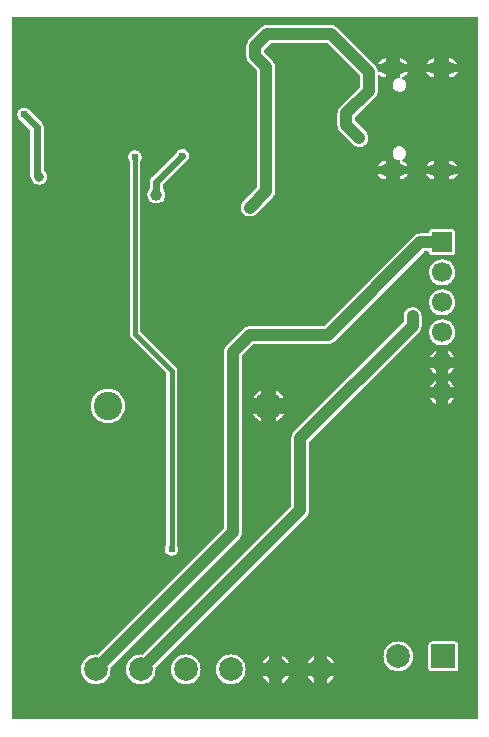
<source format=gbl>
G04 Layer: BottomLayer*
G04 EasyEDA v6.5.50, 2025-07-26 23:48:56*
G04 e0526752ecbe4abb82186a7948a353df,5db155e37078497989a25cdeaf243bf5,10*
G04 Gerber Generator version 0.2*
G04 Scale: 100 percent, Rotated: No, Reflected: No *
G04 Dimensions in millimeters *
G04 leading zeros omitted , absolute positions ,4 integer and 5 decimal *
%FSLAX45Y45*%
%MOMM*%

%ADD10C,1.0000*%
%ADD11C,0.4000*%
%ADD12C,0.6200*%
%ADD13C,0.6000*%
%ADD14R,1.7000X1.7000*%
%ADD15C,1.7000*%
%ADD16O,2.1999956000000003X1.0999978000000001*%
%ADD17O,2.2999954X1.0999978000000001*%
%ADD18C,2.4000*%
%ADD19C,2.0000*%
%ADD20R,2.0000X2.0000*%
%ADD21C,0.6200*%
%ADD22C,0.8000*%
%ADD23C,0.0149*%

%LPD*%
G36*
X36068Y25908D02*
G01*
X32156Y26670D01*
X28905Y28905D01*
X26670Y32156D01*
X25908Y36068D01*
X25908Y5963920D01*
X26670Y5967831D01*
X28905Y5971082D01*
X32156Y5973318D01*
X36068Y5974080D01*
X3963924Y5974080D01*
X3967835Y5973318D01*
X3971086Y5971082D01*
X3973322Y5967831D01*
X3974084Y5963920D01*
X3974084Y36068D01*
X3973322Y32156D01*
X3971086Y28905D01*
X3967835Y26670D01*
X3963924Y25908D01*
G37*

%LPC*%
G36*
X1499514Y324104D02*
G01*
X1514652Y325018D01*
X1529638Y327761D01*
X1544116Y332282D01*
X1557985Y338531D01*
X1570990Y346405D01*
X1582978Y355752D01*
X1593748Y366522D01*
X1603095Y378510D01*
X1610969Y391515D01*
X1617218Y405333D01*
X1621739Y419862D01*
X1624482Y434848D01*
X1625396Y449986D01*
X1624482Y465175D01*
X1621739Y480110D01*
X1617218Y494639D01*
X1610969Y508508D01*
X1603095Y521512D01*
X1593748Y533501D01*
X1582978Y544220D01*
X1570990Y553618D01*
X1557985Y561492D01*
X1544116Y567690D01*
X1529638Y572211D01*
X1514652Y574954D01*
X1499514Y575868D01*
X1484325Y574954D01*
X1469390Y572211D01*
X1454861Y567690D01*
X1440992Y561492D01*
X1427988Y553618D01*
X1415999Y544220D01*
X1405280Y533501D01*
X1395882Y521512D01*
X1388008Y508508D01*
X1381810Y494639D01*
X1377289Y480110D01*
X1374546Y465175D01*
X1373632Y449986D01*
X1374546Y434848D01*
X1377289Y419862D01*
X1381810Y405333D01*
X1388008Y391515D01*
X1395882Y378510D01*
X1405280Y366522D01*
X1415999Y355752D01*
X1427988Y346405D01*
X1440992Y338531D01*
X1454861Y332282D01*
X1469390Y327761D01*
X1484325Y325018D01*
G37*
G36*
X1880514Y324104D02*
G01*
X1895652Y325018D01*
X1910638Y327761D01*
X1925116Y332282D01*
X1938985Y338531D01*
X1951989Y346405D01*
X1963978Y355752D01*
X1974748Y366522D01*
X1984095Y378510D01*
X1991969Y391515D01*
X1998218Y405333D01*
X2002739Y419862D01*
X2005482Y434848D01*
X2006396Y449986D01*
X2005482Y465175D01*
X2002739Y480110D01*
X1998218Y494639D01*
X1991969Y508508D01*
X1984095Y521512D01*
X1974748Y533501D01*
X1963978Y544220D01*
X1951989Y553618D01*
X1938985Y561492D01*
X1925116Y567690D01*
X1910638Y572211D01*
X1895652Y574954D01*
X1880514Y575868D01*
X1865325Y574954D01*
X1850389Y572211D01*
X1835861Y567690D01*
X1821992Y561492D01*
X1808988Y553618D01*
X1796999Y544220D01*
X1786280Y533501D01*
X1776882Y521512D01*
X1769008Y508508D01*
X1762810Y494639D01*
X1758289Y480110D01*
X1755546Y465175D01*
X1754632Y449986D01*
X1755546Y434848D01*
X1758289Y419862D01*
X1762810Y405333D01*
X1769008Y391515D01*
X1776882Y378510D01*
X1786280Y366522D01*
X1796999Y355752D01*
X1808988Y346405D01*
X1821992Y338531D01*
X1835861Y332282D01*
X1850389Y327761D01*
X1865325Y325018D01*
G37*
G36*
X1118514Y324104D02*
G01*
X1133652Y325018D01*
X1148638Y327761D01*
X1163116Y332282D01*
X1176985Y338531D01*
X1189990Y346405D01*
X1201978Y355752D01*
X1212748Y366522D01*
X1222095Y378510D01*
X1229969Y391515D01*
X1236218Y405333D01*
X1240739Y419862D01*
X1243482Y434848D01*
X1244396Y449986D01*
X1243584Y462889D01*
X1244244Y467106D01*
X1246581Y470662D01*
X2525522Y1749704D01*
X2532583Y1758543D01*
X2537206Y1766163D01*
X2538323Y1768348D01*
X2541727Y1776577D01*
X2542489Y1778914D01*
X2544622Y1787550D01*
X2545029Y1789988D01*
X2545842Y1798828D01*
X2545892Y2374341D01*
X2546654Y2378252D01*
X2548890Y2381554D01*
X3475482Y3308197D01*
X3481171Y3315055D01*
X3482594Y3317087D01*
X3487165Y3324707D01*
X3488283Y3326892D01*
X3491687Y3335070D01*
X3492449Y3337407D01*
X3494582Y3346043D01*
X3494989Y3348482D01*
X3495852Y3357321D01*
X3495903Y3439617D01*
X3495040Y3451301D01*
X3492500Y3462375D01*
X3488334Y3472942D01*
X3482695Y3482695D01*
X3474618Y3492652D01*
X3465982Y3500323D01*
X3456228Y3506673D01*
X3445560Y3511448D01*
X3434638Y3514496D01*
X3425444Y3515715D01*
X3414115Y3515664D01*
X3411474Y3515410D01*
X3402939Y3513937D01*
X3400044Y3513226D01*
X3392119Y3510584D01*
X3389071Y3509314D01*
X3381908Y3505657D01*
X3378809Y3503777D01*
X3372561Y3499256D01*
X3369564Y3496716D01*
X3364280Y3491534D01*
X3361486Y3488334D01*
X3357219Y3482695D01*
X3354781Y3478834D01*
X3351580Y3472891D01*
X3349599Y3468420D01*
X3347465Y3462324D01*
X3346094Y3457295D01*
X3344926Y3451301D01*
X3344316Y3445814D01*
X3344062Y3439820D01*
X3344062Y3395624D01*
X3343300Y3391763D01*
X3341115Y3388461D01*
X2416505Y2463850D01*
X2411425Y2458262D01*
X2407310Y2452776D01*
X2402890Y2445461D01*
X2399588Y2438349D01*
X2397506Y2432456D01*
X2395423Y2424125D01*
X2394305Y2415743D01*
X2394102Y2409799D01*
X2394102Y1837131D01*
X2393340Y1833219D01*
X2391105Y1829917D01*
X1139240Y578053D01*
X1135634Y575767D01*
X1131417Y575106D01*
X1118514Y575868D01*
X1103325Y574954D01*
X1088390Y572211D01*
X1073861Y567690D01*
X1059992Y561492D01*
X1046987Y553618D01*
X1034999Y544220D01*
X1024280Y533501D01*
X1014882Y521512D01*
X1007008Y508508D01*
X1000810Y494639D01*
X996289Y480110D01*
X993546Y465175D01*
X992632Y449986D01*
X993546Y434848D01*
X996289Y419862D01*
X1000810Y405333D01*
X1007008Y391515D01*
X1014882Y378510D01*
X1024280Y366522D01*
X1034999Y355752D01*
X1046987Y346405D01*
X1059992Y338531D01*
X1073861Y332282D01*
X1088390Y327761D01*
X1103325Y325018D01*
G37*
G36*
X737514Y324104D02*
G01*
X752652Y325018D01*
X767638Y327761D01*
X782116Y332282D01*
X795985Y338531D01*
X808990Y346405D01*
X820978Y355752D01*
X831748Y366522D01*
X841095Y378510D01*
X848969Y391515D01*
X855218Y405333D01*
X859739Y419862D01*
X862482Y434848D01*
X863396Y449986D01*
X862584Y462889D01*
X863244Y467106D01*
X865581Y470662D01*
X1955444Y1560626D01*
X1962505Y1569466D01*
X1967128Y1577086D01*
X1968246Y1579270D01*
X1971649Y1587500D01*
X1972411Y1589836D01*
X1974545Y1598472D01*
X1974951Y1600911D01*
X1975764Y1609750D01*
X1975815Y3104286D01*
X1976577Y3108198D01*
X1978812Y3111500D01*
X2068322Y3201009D01*
X2071624Y3203244D01*
X2075535Y3204006D01*
X2702661Y3204057D01*
X2711500Y3204870D01*
X2713939Y3205276D01*
X2722575Y3207410D01*
X2733141Y3211576D01*
X2735326Y3212693D01*
X2742946Y3217316D01*
X2751785Y3224377D01*
X3513378Y3986123D01*
X3516629Y3988358D01*
X3520541Y3989120D01*
X3549040Y3989120D01*
X3552647Y3988460D01*
X3555796Y3986529D01*
X3558082Y3983634D01*
X3559149Y3980078D01*
X3559810Y3974236D01*
X3561689Y3968800D01*
X3564788Y3963873D01*
X3568903Y3959809D01*
X3573779Y3956710D01*
X3579266Y3954779D01*
X3585565Y3954068D01*
X3754424Y3954068D01*
X3760724Y3954779D01*
X3766210Y3956710D01*
X3771087Y3959809D01*
X3775201Y3963873D01*
X3778300Y3968800D01*
X3780180Y3974236D01*
X3780891Y3980586D01*
X3780891Y4149445D01*
X3780180Y4155744D01*
X3778300Y4161231D01*
X3775201Y4166108D01*
X3771087Y4170222D01*
X3766210Y4173270D01*
X3760724Y4175201D01*
X3754424Y4175912D01*
X3585565Y4175912D01*
X3579266Y4175201D01*
X3573779Y4173270D01*
X3568903Y4170222D01*
X3564788Y4166108D01*
X3561689Y4161231D01*
X3559810Y4155744D01*
X3559149Y4149953D01*
X3558082Y4146397D01*
X3555796Y4143501D01*
X3552647Y4141571D01*
X3549040Y4140911D01*
X3482238Y4140860D01*
X3473399Y4140047D01*
X3470960Y4139641D01*
X3462324Y4137507D01*
X3451758Y4133342D01*
X3449574Y4132224D01*
X3441954Y4127601D01*
X3433114Y4120540D01*
X2671572Y3358794D01*
X2668270Y3356559D01*
X2664358Y3355797D01*
X2037232Y3355746D01*
X2028393Y3354933D01*
X2025954Y3354527D01*
X2017318Y3352393D01*
X2014982Y3351631D01*
X2006752Y3348228D01*
X2004568Y3347110D01*
X1996948Y3342487D01*
X1988108Y3335426D01*
X1844395Y3191713D01*
X1837334Y3182874D01*
X1832711Y3175254D01*
X1831593Y3173069D01*
X1828190Y3164840D01*
X1827428Y3162503D01*
X1825294Y3153867D01*
X1824888Y3151428D01*
X1824075Y3142589D01*
X1824024Y1648053D01*
X1823262Y1644142D01*
X1821027Y1640839D01*
X758240Y578053D01*
X754634Y575767D01*
X750417Y575106D01*
X737514Y575868D01*
X722325Y574954D01*
X707390Y572211D01*
X692861Y567690D01*
X678992Y561492D01*
X665988Y553618D01*
X653999Y544220D01*
X643280Y533501D01*
X633882Y521512D01*
X626008Y508508D01*
X619810Y494639D01*
X615289Y480110D01*
X612546Y465175D01*
X611632Y449986D01*
X612546Y434848D01*
X615289Y419862D01*
X619810Y405333D01*
X626008Y391515D01*
X633882Y378510D01*
X643280Y366522D01*
X653999Y355752D01*
X665988Y346405D01*
X678992Y338531D01*
X692861Y332282D01*
X707390Y327761D01*
X722325Y325018D01*
G37*
G36*
X2698851Y337566D02*
G01*
X2700985Y338531D01*
X2713990Y346405D01*
X2725978Y355752D01*
X2736748Y366522D01*
X2746095Y378510D01*
X2753969Y391515D01*
X2754934Y393649D01*
X2698851Y393649D01*
G37*
G36*
X2317851Y337566D02*
G01*
X2319985Y338531D01*
X2332990Y346405D01*
X2344978Y355752D01*
X2355748Y366522D01*
X2365095Y378510D01*
X2372969Y391515D01*
X2373934Y393649D01*
X2317851Y393649D01*
G37*
G36*
X2205126Y337566D02*
G01*
X2205126Y393649D01*
X2149043Y393649D01*
X2150008Y391515D01*
X2157882Y378510D01*
X2167280Y366522D01*
X2177999Y355752D01*
X2189988Y346405D01*
X2202992Y338531D01*
G37*
G36*
X2586126Y337566D02*
G01*
X2586126Y393649D01*
X2530043Y393649D01*
X2531008Y391515D01*
X2538882Y378510D01*
X2548280Y366522D01*
X2558999Y355752D01*
X2570988Y346405D01*
X2583992Y338531D01*
G37*
G36*
X3299510Y434085D02*
G01*
X3314649Y435051D01*
X3329635Y437743D01*
X3344113Y442315D01*
X3357981Y448513D01*
X3370986Y456387D01*
X3382975Y465785D01*
X3393744Y476504D01*
X3403092Y488492D01*
X3410965Y501497D01*
X3417214Y515366D01*
X3421735Y529894D01*
X3424478Y544830D01*
X3425393Y560019D01*
X3424478Y575157D01*
X3421735Y590143D01*
X3417214Y604621D01*
X3410965Y618490D01*
X3403092Y631494D01*
X3393744Y643483D01*
X3382975Y654253D01*
X3370986Y663600D01*
X3357981Y671474D01*
X3344113Y677722D01*
X3329635Y682244D01*
X3314649Y684987D01*
X3299510Y685901D01*
X3284321Y684987D01*
X3269386Y682244D01*
X3254857Y677722D01*
X3240989Y671474D01*
X3227984Y663600D01*
X3215995Y654253D01*
X3205276Y643483D01*
X3195878Y631494D01*
X3188004Y618490D01*
X3181807Y604621D01*
X3177286Y590143D01*
X3174542Y575157D01*
X3173628Y560019D01*
X3174542Y544830D01*
X3177286Y529894D01*
X3181807Y515366D01*
X3188004Y501497D01*
X3195878Y488492D01*
X3205276Y476504D01*
X3215995Y465785D01*
X3227984Y456387D01*
X3240989Y448513D01*
X3254857Y442315D01*
X3269386Y437743D01*
X3284321Y435051D01*
G37*
G36*
X3581044Y434085D02*
G01*
X3779926Y434085D01*
X3786225Y434797D01*
X3791712Y436727D01*
X3796588Y439775D01*
X3800703Y443890D01*
X3803802Y448767D01*
X3805682Y454253D01*
X3806393Y460552D01*
X3806393Y659434D01*
X3805682Y665734D01*
X3803802Y671220D01*
X3800703Y676097D01*
X3796588Y680212D01*
X3791712Y683260D01*
X3786225Y685190D01*
X3779926Y685901D01*
X3581044Y685901D01*
X3574745Y685190D01*
X3569258Y683260D01*
X3564382Y680212D01*
X3560267Y676097D01*
X3557219Y671220D01*
X3555288Y665734D01*
X3554577Y659434D01*
X3554577Y460552D01*
X3555288Y454253D01*
X3557219Y448767D01*
X3560267Y443890D01*
X3564382Y439775D01*
X3569258Y436727D01*
X3574745Y434797D01*
G37*
G36*
X2149043Y506323D02*
G01*
X2205126Y506323D01*
X2205126Y562457D01*
X2202992Y561492D01*
X2189988Y553618D01*
X2177999Y544220D01*
X2167280Y533501D01*
X2157882Y521512D01*
X2150008Y508508D01*
G37*
G36*
X2317851Y506323D02*
G01*
X2373934Y506323D01*
X2372969Y508508D01*
X2365095Y521512D01*
X2355748Y533501D01*
X2344978Y544220D01*
X2332990Y553618D01*
X2319985Y561492D01*
X2317851Y562457D01*
G37*
G36*
X2698851Y506323D02*
G01*
X2754934Y506323D01*
X2753969Y508508D01*
X2746095Y521512D01*
X2736748Y533501D01*
X2725978Y544220D01*
X2713990Y553618D01*
X2700985Y561492D01*
X2698851Y562457D01*
G37*
G36*
X2530043Y506323D02*
G01*
X2586126Y506323D01*
X2586126Y562457D01*
X2583992Y561492D01*
X2570988Y553618D01*
X2558999Y544220D01*
X2548280Y533501D01*
X2538882Y521512D01*
X2531008Y508508D01*
G37*
G36*
X1382420Y1413154D02*
G01*
X1391970Y1414424D01*
X1401216Y1417218D01*
X1409801Y1421587D01*
X1417574Y1427327D01*
X1424279Y1434287D01*
X1429664Y1442262D01*
X1433626Y1451051D01*
X1436065Y1460398D01*
X1436878Y1469999D01*
X1436065Y1479600D01*
X1433626Y1488948D01*
X1429664Y1497736D01*
X1427632Y1500733D01*
X1426311Y1503426D01*
X1425905Y1506423D01*
X1425854Y2981655D01*
X1424635Y2990392D01*
X1421942Y2998419D01*
X1417828Y3005836D01*
X1412138Y3012694D01*
X1118971Y3306114D01*
X1116787Y3309365D01*
X1116025Y3313277D01*
X1116025Y4753762D01*
X1116431Y4756708D01*
X1117752Y4759452D01*
X1119632Y4762246D01*
X1123645Y4771034D01*
X1126032Y4780381D01*
X1126896Y4789982D01*
X1126032Y4799584D01*
X1123645Y4808931D01*
X1119632Y4817719D01*
X1114247Y4825695D01*
X1107592Y4832654D01*
X1099820Y4838395D01*
X1091184Y4842764D01*
X1081989Y4845558D01*
X1072438Y4846828D01*
X1062786Y4846370D01*
X1053338Y4844338D01*
X1044397Y4840782D01*
X1036167Y4835702D01*
X1028953Y4829352D01*
X1022858Y4821834D01*
X1018184Y4813401D01*
X1014984Y4804308D01*
X1013358Y4794808D01*
X1013358Y4785156D01*
X1014984Y4775657D01*
X1018184Y4766564D01*
X1022908Y4758080D01*
X1023874Y4755692D01*
X1024178Y4753152D01*
X1024229Y3288334D01*
X1025448Y3279597D01*
X1028141Y3271570D01*
X1032256Y3264153D01*
X1037945Y3257296D01*
X1331112Y2963875D01*
X1333296Y2960624D01*
X1334058Y2956712D01*
X1334058Y1506626D01*
X1333754Y1504035D01*
X1332788Y1501648D01*
X1328166Y1493418D01*
X1324965Y1484325D01*
X1323340Y1474825D01*
X1323340Y1465173D01*
X1324965Y1455674D01*
X1328166Y1446580D01*
X1332890Y1438148D01*
X1338935Y1430629D01*
X1346200Y1424279D01*
X1354378Y1419199D01*
X1363370Y1415643D01*
X1372768Y1413611D01*
G37*
G36*
X839978Y2534107D02*
G01*
X856335Y2535021D01*
X872439Y2537764D01*
X888187Y2542286D01*
X903274Y2548534D01*
X917600Y2556459D01*
X930960Y2565908D01*
X943152Y2576830D01*
X954074Y2589022D01*
X963523Y2602382D01*
X971448Y2616708D01*
X977696Y2631795D01*
X982218Y2647543D01*
X984961Y2663647D01*
X985875Y2680004D01*
X984961Y2696311D01*
X982218Y2712466D01*
X977696Y2728163D01*
X971448Y2743301D01*
X963523Y2757627D01*
X954074Y2770936D01*
X943152Y2783179D01*
X930960Y2794050D01*
X917600Y2803499D01*
X903274Y2811424D01*
X888187Y2817723D01*
X872439Y2822244D01*
X856335Y2824988D01*
X839978Y2825902D01*
X823671Y2824988D01*
X807516Y2822244D01*
X791819Y2817723D01*
X776681Y2811424D01*
X762355Y2803499D01*
X749046Y2794050D01*
X736854Y2783179D01*
X725932Y2770936D01*
X716483Y2757627D01*
X708558Y2743301D01*
X702310Y2728163D01*
X697738Y2712466D01*
X695045Y2696311D01*
X694080Y2680004D01*
X695045Y2663647D01*
X697738Y2647543D01*
X702310Y2631795D01*
X708558Y2616708D01*
X716483Y2602382D01*
X725932Y2589022D01*
X736854Y2576830D01*
X749046Y2565908D01*
X762355Y2556459D01*
X776681Y2548534D01*
X791819Y2542286D01*
X807516Y2537764D01*
X823671Y2535021D01*
G37*
G36*
X2133650Y2550210D02*
G01*
X2133650Y2613660D01*
X2070252Y2613660D01*
X2076450Y2602382D01*
X2085949Y2589022D01*
X2096820Y2576830D01*
X2109012Y2565908D01*
X2122373Y2556459D01*
G37*
G36*
X2266340Y2550210D02*
G01*
X2277618Y2556459D01*
X2290978Y2565908D01*
X2303170Y2576830D01*
X2314041Y2589022D01*
X2323541Y2602382D01*
X2329738Y2613660D01*
X2266340Y2613660D01*
G37*
G36*
X3621125Y2695702D02*
G01*
X3621125Y2746146D01*
X3570681Y2746146D01*
X3575151Y2737510D01*
X3583279Y2725877D01*
X3592829Y2715361D01*
X3603650Y2706116D01*
X3615588Y2698394D01*
G37*
G36*
X3718864Y2695702D02*
G01*
X3724401Y2698394D01*
X3736340Y2706116D01*
X3747109Y2715361D01*
X3756710Y2725877D01*
X3764838Y2737510D01*
X3769309Y2746146D01*
X3718864Y2746146D01*
G37*
G36*
X2266340Y2746349D02*
G01*
X2329738Y2746349D01*
X2323541Y2757627D01*
X2314041Y2770936D01*
X2303170Y2783179D01*
X2290978Y2794050D01*
X2277618Y2803499D01*
X2266340Y2809748D01*
G37*
G36*
X2070252Y2746349D02*
G01*
X2133650Y2746349D01*
X2133650Y2809748D01*
X2122373Y2803499D01*
X2109012Y2794050D01*
X2096820Y2783179D01*
X2085949Y2770936D01*
X2076450Y2757627D01*
G37*
G36*
X3570579Y2843834D02*
G01*
X3621125Y2843834D01*
X3621125Y2894482D01*
X3609492Y2887929D01*
X3598113Y2879445D01*
X3587902Y2869539D01*
X3579063Y2858414D01*
X3571697Y2846273D01*
G37*
G36*
X3718864Y2843834D02*
G01*
X3769360Y2843834D01*
X3768293Y2846273D01*
X3760927Y2858414D01*
X3752087Y2869539D01*
X3741877Y2879445D01*
X3730498Y2887929D01*
X3718864Y2894482D01*
G37*
G36*
X3718864Y2949702D02*
G01*
X3724401Y2952394D01*
X3736340Y2960116D01*
X3747109Y2969361D01*
X3756710Y2979877D01*
X3764838Y2991510D01*
X3769309Y3000146D01*
X3718864Y3000146D01*
G37*
G36*
X3621125Y2949702D02*
G01*
X3621125Y3000146D01*
X3570681Y3000146D01*
X3575151Y2991510D01*
X3583279Y2979877D01*
X3592829Y2969361D01*
X3603650Y2960116D01*
X3615588Y2952394D01*
G37*
G36*
X3570579Y3097834D02*
G01*
X3621125Y3097834D01*
X3621125Y3148482D01*
X3609492Y3141929D01*
X3598113Y3133445D01*
X3587902Y3123539D01*
X3579063Y3112414D01*
X3571697Y3100273D01*
G37*
G36*
X3718864Y3097834D02*
G01*
X3769360Y3097834D01*
X3768293Y3100273D01*
X3760927Y3112414D01*
X3752087Y3123539D01*
X3741877Y3133445D01*
X3730498Y3141929D01*
X3718864Y3148482D01*
G37*
G36*
X3669995Y3192119D02*
G01*
X3684168Y3193034D01*
X3698138Y3195726D01*
X3711600Y3200196D01*
X3724401Y3206394D01*
X3736340Y3214116D01*
X3747109Y3223361D01*
X3756710Y3233877D01*
X3764838Y3245510D01*
X3771392Y3258108D01*
X3776319Y3271418D01*
X3779469Y3285286D01*
X3780840Y3299460D01*
X3780383Y3313633D01*
X3778097Y3327654D01*
X3774033Y3341268D01*
X3768293Y3354273D01*
X3760927Y3366414D01*
X3752087Y3377539D01*
X3741877Y3387445D01*
X3730498Y3395929D01*
X3718102Y3402888D01*
X3704945Y3408222D01*
X3691178Y3411829D01*
X3677107Y3413658D01*
X3662883Y3413658D01*
X3648811Y3411829D01*
X3635044Y3408222D01*
X3621887Y3402888D01*
X3609492Y3395929D01*
X3598113Y3387445D01*
X3587902Y3377539D01*
X3579063Y3366414D01*
X3571697Y3354273D01*
X3565906Y3341268D01*
X3561892Y3327654D01*
X3559606Y3313633D01*
X3559149Y3299460D01*
X3560521Y3285286D01*
X3563670Y3271418D01*
X3568598Y3258108D01*
X3575151Y3245510D01*
X3583279Y3233877D01*
X3592829Y3223361D01*
X3603650Y3214116D01*
X3615588Y3206394D01*
X3628390Y3200196D01*
X3641851Y3195726D01*
X3655822Y3193034D01*
G37*
G36*
X3669995Y3446119D02*
G01*
X3684168Y3447034D01*
X3698138Y3449726D01*
X3711600Y3454196D01*
X3724401Y3460394D01*
X3736340Y3468115D01*
X3747109Y3477361D01*
X3756710Y3487877D01*
X3764838Y3499510D01*
X3771392Y3512108D01*
X3776319Y3525418D01*
X3779469Y3539286D01*
X3780840Y3553460D01*
X3780383Y3567633D01*
X3778097Y3581654D01*
X3774033Y3595268D01*
X3768293Y3608273D01*
X3760927Y3620414D01*
X3752087Y3631539D01*
X3741877Y3641445D01*
X3730498Y3649929D01*
X3718102Y3656888D01*
X3704945Y3662222D01*
X3691178Y3665829D01*
X3677107Y3667658D01*
X3662883Y3667658D01*
X3648811Y3665829D01*
X3635044Y3662222D01*
X3621887Y3656888D01*
X3609492Y3649929D01*
X3598113Y3641445D01*
X3587902Y3631539D01*
X3579063Y3620414D01*
X3571697Y3608273D01*
X3565906Y3595268D01*
X3561892Y3581654D01*
X3559606Y3567633D01*
X3559149Y3553460D01*
X3560521Y3539286D01*
X3563670Y3525418D01*
X3568598Y3512108D01*
X3575151Y3499510D01*
X3583279Y3487877D01*
X3592829Y3477361D01*
X3603650Y3468115D01*
X3615588Y3460394D01*
X3628390Y3454196D01*
X3641851Y3449726D01*
X3655822Y3447034D01*
G37*
G36*
X3669995Y3700119D02*
G01*
X3684168Y3701034D01*
X3698138Y3703726D01*
X3711600Y3708196D01*
X3724401Y3714394D01*
X3736340Y3722115D01*
X3747109Y3731361D01*
X3756710Y3741877D01*
X3764838Y3753510D01*
X3771392Y3766108D01*
X3776319Y3779418D01*
X3779469Y3793286D01*
X3780840Y3807460D01*
X3780383Y3821633D01*
X3778097Y3835654D01*
X3774033Y3849268D01*
X3768293Y3862273D01*
X3760927Y3874414D01*
X3752087Y3885539D01*
X3741877Y3895445D01*
X3730498Y3903929D01*
X3718102Y3910888D01*
X3704945Y3916222D01*
X3691178Y3919829D01*
X3677107Y3921658D01*
X3662883Y3921658D01*
X3648811Y3919829D01*
X3635044Y3916222D01*
X3621887Y3910888D01*
X3609492Y3903929D01*
X3598113Y3895445D01*
X3587902Y3885539D01*
X3579063Y3874414D01*
X3571697Y3862273D01*
X3565906Y3849268D01*
X3561892Y3835654D01*
X3559606Y3821633D01*
X3559149Y3807460D01*
X3560521Y3793286D01*
X3563670Y3779418D01*
X3568598Y3766108D01*
X3575151Y3753510D01*
X3583279Y3741877D01*
X3592829Y3731361D01*
X3603650Y3722115D01*
X3615588Y3714394D01*
X3628390Y3708196D01*
X3641851Y3703726D01*
X3655822Y3701034D01*
G37*
G36*
X2042820Y4284167D02*
G01*
X2054098Y4285437D01*
X2065070Y4288383D01*
X2075434Y4292904D01*
X2085035Y4298950D01*
X2093925Y4306570D01*
X2235504Y4448251D01*
X2241194Y4455058D01*
X2242616Y4457090D01*
X2247188Y4464710D01*
X2248306Y4466894D01*
X2251710Y4475124D01*
X2252472Y4477461D01*
X2254605Y4486046D01*
X2255012Y4488484D01*
X2255875Y4497324D01*
X2255875Y5552643D01*
X2255012Y5561482D01*
X2254605Y5563920D01*
X2252472Y5572506D01*
X2251710Y5574893D01*
X2248306Y5583072D01*
X2247188Y5585307D01*
X2242616Y5592876D01*
X2241194Y5594908D01*
X2235504Y5601766D01*
X2168855Y5668467D01*
X2166670Y5671769D01*
X2165908Y5675630D01*
X2165908Y5694426D01*
X2166670Y5698286D01*
X2168855Y5701588D01*
X2218436Y5751169D01*
X2221738Y5753404D01*
X2225649Y5754166D01*
X2694330Y5754166D01*
X2698242Y5753404D01*
X2701544Y5751169D01*
X2971139Y5481574D01*
X2973374Y5478272D01*
X2974136Y5474360D01*
X2974136Y5385663D01*
X2973374Y5381752D01*
X2971139Y5378450D01*
X2804515Y5211775D01*
X2797454Y5202936D01*
X2792831Y5195316D01*
X2791714Y5193131D01*
X2787548Y5182565D01*
X2785414Y5173929D01*
X2785008Y5171490D01*
X2784195Y5162651D01*
X2784195Y5057292D01*
X2785008Y5048453D01*
X2785414Y5046014D01*
X2787548Y5037378D01*
X2791714Y5026812D01*
X2792831Y5024628D01*
X2797454Y5017008D01*
X2804515Y5008168D01*
X2916072Y4896561D01*
X2924962Y4888941D01*
X2934563Y4882896D01*
X2944926Y4878374D01*
X2955899Y4875428D01*
X2967177Y4874158D01*
X2978505Y4874564D01*
X2989630Y4876698D01*
X3000349Y4880406D01*
X3010357Y4885740D01*
X3019501Y4892446D01*
X3027527Y4900472D01*
X3034233Y4909616D01*
X3039567Y4919624D01*
X3043275Y4930343D01*
X3045409Y4941468D01*
X3045815Y4952796D01*
X3044545Y4964074D01*
X3041599Y4975047D01*
X3037078Y4985410D01*
X3031032Y4995011D01*
X3023412Y5003901D01*
X2938932Y5088382D01*
X2936748Y5091684D01*
X2935935Y5095595D01*
X2935935Y5124348D01*
X2936748Y5128260D01*
X2938932Y5131562D01*
X3105556Y5298236D01*
X3112617Y5307076D01*
X3117240Y5314696D01*
X3118358Y5316880D01*
X3121761Y5325110D01*
X3122523Y5327446D01*
X3124657Y5336082D01*
X3125063Y5338521D01*
X3125876Y5347360D01*
X3125927Y5475274D01*
X3126689Y5479186D01*
X3128924Y5482437D01*
X3132226Y5484672D01*
X3136087Y5485434D01*
X3139998Y5484672D01*
X3143300Y5482437D01*
X3144875Y5480862D01*
X3154121Y5473954D01*
X3164281Y5468416D01*
X3175101Y5464352D01*
X3186379Y5461914D01*
X3191510Y5461558D01*
X3191510Y5508142D01*
X3135579Y5508142D01*
X3131972Y5508802D01*
X3128822Y5510682D01*
X3126587Y5513527D01*
X3125470Y5517032D01*
X3124606Y5524144D01*
X3122523Y5532577D01*
X3121761Y5534914D01*
X3118358Y5543143D01*
X3117240Y5545328D01*
X3112617Y5552948D01*
X3107690Y5559196D01*
X3106267Y5561787D01*
X3103626Y5563768D01*
X2781757Y5885586D01*
X2772918Y5892647D01*
X2765298Y5897270D01*
X2763113Y5898388D01*
X2754884Y5901791D01*
X2752547Y5902553D01*
X2743911Y5904687D01*
X2741472Y5905093D01*
X2732633Y5905906D01*
X2187346Y5905906D01*
X2178507Y5905093D01*
X2176068Y5904687D01*
X2167432Y5902553D01*
X2165096Y5901791D01*
X2156866Y5898388D01*
X2154682Y5897270D01*
X2147062Y5892647D01*
X2138222Y5885586D01*
X2036368Y5783783D01*
X2028901Y5775096D01*
X2022805Y5765444D01*
X2018284Y5755030D01*
X2015337Y5744108D01*
X2014067Y5732678D01*
X2014118Y5637326D01*
X2014982Y5628487D01*
X2015388Y5626049D01*
X2017522Y5617413D01*
X2018284Y5615076D01*
X2021687Y5606897D01*
X2022805Y5604713D01*
X2027377Y5597093D01*
X2028799Y5595061D01*
X2034489Y5588203D01*
X2101138Y5521502D01*
X2103323Y5518200D01*
X2104085Y5514340D01*
X2104085Y4535627D01*
X2103323Y4531766D01*
X2101138Y4528464D01*
X1986483Y4413808D01*
X1981352Y4408220D01*
X1979015Y4405172D01*
X1974697Y4398670D01*
X1972970Y4395571D01*
X1969566Y4388205D01*
X1968398Y4385208D01*
X1966061Y4377131D01*
X1965452Y4374286D01*
X1964283Y4365599D01*
X1964334Y4353966D01*
X1964537Y4351782D01*
X1966722Y4340352D01*
X1970430Y4329633D01*
X1975764Y4319625D01*
X1982520Y4310430D01*
X1989480Y4303369D01*
X1998776Y4296308D01*
X2008936Y4290771D01*
X2019909Y4286808D01*
X2031288Y4284624D01*
G37*
G36*
X1252931Y4394149D02*
G01*
X1264462Y4395520D01*
X1275638Y4398568D01*
X1286256Y4403344D01*
X1296009Y4409643D01*
X1304696Y4417364D01*
X1312062Y4426356D01*
X1318006Y4436313D01*
X1322374Y4447082D01*
X1325016Y4458411D01*
X1325880Y4469993D01*
X1325016Y4481576D01*
X1322374Y4492904D01*
X1318006Y4503674D01*
X1312062Y4513630D01*
X1308252Y4518304D01*
X1306525Y4521301D01*
X1305915Y4524756D01*
X1305915Y4552645D01*
X1306677Y4556506D01*
X1308912Y4559808D01*
X1502410Y4753356D01*
X1507591Y4757318D01*
X1514246Y4764278D01*
X1519631Y4772253D01*
X1523644Y4781042D01*
X1526032Y4790389D01*
X1526895Y4799990D01*
X1526032Y4809591D01*
X1523644Y4818938D01*
X1519631Y4827727D01*
X1514246Y4835702D01*
X1507591Y4842662D01*
X1499819Y4848402D01*
X1491183Y4852771D01*
X1481988Y4855565D01*
X1472438Y4856835D01*
X1462786Y4856378D01*
X1453337Y4854346D01*
X1444396Y4850790D01*
X1436166Y4845710D01*
X1428953Y4839360D01*
X1422958Y4831994D01*
X1210614Y4619701D01*
X1207211Y4615942D01*
X1204214Y4612081D01*
X1201623Y4607966D01*
X1199337Y4603648D01*
X1197508Y4599127D01*
X1196035Y4594453D01*
X1194968Y4589729D01*
X1194308Y4584903D01*
X1194104Y4579772D01*
X1194104Y4525111D01*
X1193596Y4522012D01*
X1192225Y4519218D01*
X1184757Y4508754D01*
X1179626Y4498340D01*
X1176121Y4487265D01*
X1174343Y4475784D01*
X1174343Y4464202D01*
X1176121Y4452721D01*
X1179626Y4441647D01*
X1184808Y4431233D01*
X1191463Y4421733D01*
X1199540Y4413351D01*
X1208786Y4406290D01*
X1218946Y4400753D01*
X1229918Y4396841D01*
X1241298Y4394606D01*
G37*
G36*
X257352Y4554169D02*
G01*
X267919Y4554575D01*
X278333Y4556709D01*
X288239Y4560468D01*
X297434Y4565751D01*
X305612Y4572457D01*
X312674Y4580382D01*
X318312Y4589373D01*
X322478Y4599127D01*
X325018Y4609388D01*
X325882Y4619955D01*
X325018Y4630572D01*
X322478Y4640834D01*
X318312Y4650587D01*
X312674Y4659579D01*
X305612Y4667504D01*
X300634Y4671568D01*
X297891Y4675073D01*
X296926Y4679442D01*
X296926Y5039563D01*
X296113Y5049367D01*
X293776Y5058460D01*
X290017Y5067046D01*
X284835Y5075021D01*
X280009Y5080457D01*
X167690Y5192623D01*
X163017Y5196332D01*
X159918Y5198364D01*
X154940Y5201107D01*
X151282Y5202732D01*
X146202Y5204510D01*
X142036Y5205577D01*
X137007Y5206441D01*
X132435Y5206847D01*
X127660Y5206847D01*
X122732Y5206390D01*
X118364Y5205679D01*
X113283Y5204358D01*
X109372Y5203037D01*
X104343Y5200751D01*
X100939Y5198922D01*
X96113Y5195671D01*
X93319Y5193487D01*
X88849Y5189270D01*
X86664Y5186832D01*
X82804Y5181752D01*
X81178Y5179212D01*
X78079Y5173268D01*
X77063Y5170830D01*
X74879Y5164124D01*
X74371Y5161940D01*
X73152Y5152339D01*
X73558Y5142941D01*
X75488Y5133746D01*
X78892Y5125008D01*
X83718Y5116931D01*
X90068Y5109464D01*
X180136Y5019395D01*
X182321Y5016093D01*
X183083Y5012232D01*
X183083Y4640427D01*
X183896Y4630623D01*
X186232Y4621530D01*
X189992Y4612944D01*
X195580Y4604359D01*
X196697Y4602073D01*
X199390Y4594199D01*
X204317Y4584750D01*
X210667Y4576318D01*
X218338Y4568952D01*
X227075Y4562906D01*
X236626Y4558385D01*
X246837Y4555439D01*
G37*
G36*
X3604006Y4597349D02*
G01*
X3604006Y4644085D01*
X3534410Y4644085D01*
X3539845Y4634230D01*
X3546754Y4624984D01*
X3554882Y4616805D01*
X3564128Y4609896D01*
X3574287Y4604359D01*
X3585057Y4600346D01*
X3596335Y4597908D01*
G37*
G36*
X3731717Y4597349D02*
G01*
X3739387Y4597908D01*
X3750665Y4600346D01*
X3761486Y4604359D01*
X3771595Y4609896D01*
X3780840Y4616805D01*
X3788968Y4624984D01*
X3795928Y4634230D01*
X3801313Y4644085D01*
X3731717Y4644085D01*
G37*
G36*
X3191510Y4597552D02*
G01*
X3191510Y4644085D01*
X3124454Y4644085D01*
X3129838Y4634230D01*
X3136747Y4624984D01*
X3144875Y4616805D01*
X3154121Y4609896D01*
X3164281Y4604359D01*
X3175101Y4600346D01*
X3186379Y4597908D01*
G37*
G36*
X3314192Y4597552D02*
G01*
X3319373Y4597908D01*
X3330651Y4600346D01*
X3341471Y4604359D01*
X3351580Y4609896D01*
X3360826Y4616805D01*
X3369005Y4624984D01*
X3375914Y4634230D01*
X3381298Y4644085D01*
X3314192Y4644085D01*
G37*
G36*
X3124454Y4711801D02*
G01*
X3191510Y4711801D01*
X3191510Y4758385D01*
X3186379Y4758029D01*
X3175101Y4755540D01*
X3164281Y4751527D01*
X3154121Y4745990D01*
X3144875Y4739081D01*
X3136747Y4730902D01*
X3129838Y4721707D01*
G37*
G36*
X3534410Y4711801D02*
G01*
X3604006Y4711801D01*
X3604006Y4758537D01*
X3596335Y4758029D01*
X3585057Y4755540D01*
X3574287Y4751527D01*
X3564128Y4745990D01*
X3554882Y4739081D01*
X3546754Y4730902D01*
X3539845Y4721656D01*
G37*
G36*
X3731717Y4711801D02*
G01*
X3801313Y4711801D01*
X3795928Y4721656D01*
X3788968Y4730902D01*
X3780840Y4739081D01*
X3771595Y4745990D01*
X3761486Y4751527D01*
X3750665Y4755540D01*
X3739387Y4758029D01*
X3731717Y4758537D01*
G37*
G36*
X3314192Y4711801D02*
G01*
X3381298Y4711801D01*
X3375914Y4721707D01*
X3369005Y4730902D01*
X3360826Y4739081D01*
X3351580Y4745990D01*
X3341471Y4751527D01*
X3339592Y4752238D01*
X3336290Y4754270D01*
X3333953Y4757420D01*
X3332987Y4761179D01*
X3333546Y4765040D01*
X3335477Y4768443D01*
X3347465Y4777181D01*
X3354324Y4784344D01*
X3359861Y4792522D01*
X3363925Y4801565D01*
X3366465Y4811115D01*
X3367278Y4820970D01*
X3366465Y4830876D01*
X3363925Y4840427D01*
X3359861Y4849469D01*
X3354324Y4857648D01*
X3347465Y4864811D01*
X3339490Y4870704D01*
X3330651Y4875174D01*
X3321202Y4878070D01*
X3311398Y4879289D01*
X3301492Y4878882D01*
X3291840Y4876800D01*
X3282645Y4873091D01*
X3274212Y4867910D01*
X3266744Y4861407D01*
X3260547Y4853686D01*
X3255721Y4845050D01*
X3252419Y4835702D01*
X3250742Y4825949D01*
X3250742Y4816043D01*
X3252419Y4806289D01*
X3255721Y4796942D01*
X3260547Y4788306D01*
X3266744Y4780584D01*
X3274212Y4774082D01*
X3282645Y4768900D01*
X3291840Y4765192D01*
X3301492Y4763109D01*
X3304489Y4762957D01*
X3308248Y4762093D01*
X3311398Y4759858D01*
X3313480Y4756607D01*
X3314192Y4752797D01*
G37*
G36*
X3311347Y5340654D02*
G01*
X3321151Y5341924D01*
X3330600Y5344820D01*
X3339439Y5349290D01*
X3347415Y5355132D01*
X3354273Y5362295D01*
X3359810Y5370525D01*
X3363874Y5379516D01*
X3366414Y5389118D01*
X3367227Y5398973D01*
X3366414Y5408828D01*
X3363874Y5418429D01*
X3359810Y5427421D01*
X3354273Y5435650D01*
X3347415Y5442813D01*
X3335528Y5451500D01*
X3333546Y5454904D01*
X3333038Y5458764D01*
X3333953Y5462524D01*
X3336290Y5465673D01*
X3339592Y5467705D01*
X3341471Y5468416D01*
X3351580Y5473954D01*
X3360826Y5480862D01*
X3369005Y5488990D01*
X3375914Y5498236D01*
X3381298Y5508142D01*
X3314192Y5508142D01*
X3314192Y5467146D01*
X3313480Y5463387D01*
X3311398Y5460136D01*
X3308248Y5457901D01*
X3304489Y5456986D01*
X3301441Y5456885D01*
X3291789Y5454802D01*
X3282594Y5451094D01*
X3274161Y5445912D01*
X3266694Y5439359D01*
X3260496Y5431637D01*
X3255670Y5423001D01*
X3252368Y5413705D01*
X3250692Y5403900D01*
X3250692Y5394045D01*
X3252368Y5384241D01*
X3255670Y5374944D01*
X3260496Y5366308D01*
X3266694Y5358587D01*
X3274161Y5352034D01*
X3282594Y5346852D01*
X3291789Y5343144D01*
X3301441Y5341061D01*
G37*
G36*
X3604006Y5461355D02*
G01*
X3604006Y5508142D01*
X3534410Y5508142D01*
X3539794Y5498236D01*
X3546754Y5488990D01*
X3554882Y5480862D01*
X3564128Y5473954D01*
X3574237Y5468416D01*
X3585057Y5464352D01*
X3596335Y5461914D01*
G37*
G36*
X3731717Y5461355D02*
G01*
X3739387Y5461914D01*
X3750665Y5464352D01*
X3761435Y5468416D01*
X3771595Y5473954D01*
X3780840Y5480862D01*
X3788968Y5488990D01*
X3795877Y5498236D01*
X3801313Y5508142D01*
X3731717Y5508142D01*
G37*
G36*
X3314192Y5575808D02*
G01*
X3381298Y5575808D01*
X3375914Y5585714D01*
X3369005Y5594959D01*
X3360826Y5603087D01*
X3351580Y5609996D01*
X3341471Y5615533D01*
X3330651Y5619597D01*
X3319373Y5622036D01*
X3314192Y5622391D01*
G37*
G36*
X3124454Y5575808D02*
G01*
X3191510Y5575808D01*
X3191510Y5622391D01*
X3186379Y5622036D01*
X3175101Y5619597D01*
X3164281Y5615533D01*
X3154121Y5609996D01*
X3144875Y5603087D01*
X3136747Y5594959D01*
X3129838Y5585714D01*
G37*
G36*
X3534410Y5575808D02*
G01*
X3604006Y5575808D01*
X3604006Y5622594D01*
X3596335Y5622036D01*
X3585057Y5619597D01*
X3574237Y5615533D01*
X3564128Y5609996D01*
X3554882Y5603087D01*
X3546754Y5594959D01*
X3539794Y5585714D01*
G37*
G36*
X3731717Y5575808D02*
G01*
X3801313Y5575808D01*
X3795877Y5585714D01*
X3788968Y5594959D01*
X3780840Y5603087D01*
X3771595Y5609996D01*
X3761435Y5615533D01*
X3750665Y5619597D01*
X3739387Y5622036D01*
X3731717Y5622594D01*
G37*

%LPD*%
D10*
X737615Y450087D02*
G01*
X1899920Y1612392D01*
X1899920Y3139947D01*
X2039874Y3279902D01*
X2700020Y3279902D01*
X3484879Y4065015D01*
X3670045Y4065015D01*
X1118514Y449986D02*
G01*
X2469997Y1801469D01*
X2469997Y2410002D01*
D11*
X1070102Y4789931D02*
G01*
X1070102Y3290062D01*
X1379981Y2979928D01*
X1379981Y1469897D01*
D10*
X3050034Y5349999D02*
G01*
X2860042Y5160007D01*
X2860042Y5059931D01*
X2969996Y4949977D01*
X2089911Y5729986D02*
G01*
X2189988Y5830062D01*
X2729991Y5830062D01*
X3050031Y5510021D01*
X3050031Y5350002D01*
D12*
X129999Y5149989D02*
G01*
X239999Y5039989D01*
X239999Y4639990D01*
X259999Y4619990D01*
D10*
X2179995Y5549988D02*
G01*
X2089993Y5639991D01*
X2089993Y5729993D01*
X2180008Y5549973D02*
G01*
X2180008Y4499993D01*
X2040000Y4359986D01*
D13*
X1469994Y4799992D02*
G01*
X1250010Y4580008D01*
X1250010Y4469993D01*
D10*
X2470000Y2410005D02*
G01*
X3419983Y3359985D01*
X3419983Y3439998D01*
D14*
G01*
X3669995Y4064990D03*
D15*
G01*
X3669995Y3810990D03*
G01*
X3669995Y3556990D03*
G01*
X3669995Y3302990D03*
G01*
X3669995Y3048990D03*
G01*
X3669995Y2794990D03*
D16*
G01*
X3252850Y4677994D03*
G01*
X3252850Y5541975D03*
D17*
G01*
X3667861Y5542000D03*
G01*
X3667861Y4677994D03*
D18*
G01*
X2200020Y2680004D03*
G01*
X840003Y2680004D03*
D19*
G01*
X1499514Y449986D03*
G01*
X2642514Y449986D03*
G01*
X2261514Y449986D03*
G01*
X1880514Y449986D03*
G01*
X1118514Y449986D03*
G01*
X737514Y449986D03*
G01*
X3299485Y559993D03*
D20*
G01*
X3680485Y559993D03*
D21*
G01*
X1070000Y4789982D03*
G01*
X1380007Y1469999D03*
D10*
G01*
X2469997Y2410002D03*
G01*
X3419983Y3439998D03*
G01*
X2040000Y4359986D03*
D21*
G01*
X2180005Y5549976D03*
G01*
X3049981Y5349976D03*
G01*
X2969996Y4949977D03*
D10*
G01*
X2199995Y3029991D03*
G01*
X2199995Y2399995D03*
D21*
G01*
X350012Y3980002D03*
D10*
G01*
X3119983Y1140002D03*
G01*
X3429990Y2229993D03*
G01*
X119989Y2140000D03*
G01*
X950010Y3559987D03*
G01*
X470001Y4789982D03*
G01*
X1659991Y4789982D03*
G01*
X329996Y5919978D03*
G01*
X1810004Y5919978D03*
D21*
G01*
X2619984Y5549976D03*
G01*
X2850006Y3639997D03*
G01*
X2510002Y3649979D03*
G01*
X3369995Y4329988D03*
G01*
X3049981Y4789982D03*
G01*
X3039999Y5799988D03*
G01*
X3599992Y5889980D03*
G01*
X119989Y5689980D03*
G01*
X110007Y4619980D03*
G01*
X1129995Y1549984D03*
G01*
X2119985Y1999995D03*
G01*
X729995Y3280003D03*
G01*
X750011Y4799990D03*
D22*
G01*
X259994Y4619980D03*
D21*
G01*
X129997Y5149977D03*
G01*
X1469999Y4799990D03*
D10*
G01*
X1250010Y4469993D03*
G01*
X1529994Y4380001D03*
D21*
G01*
X2580004Y1159992D03*
M02*

</source>
